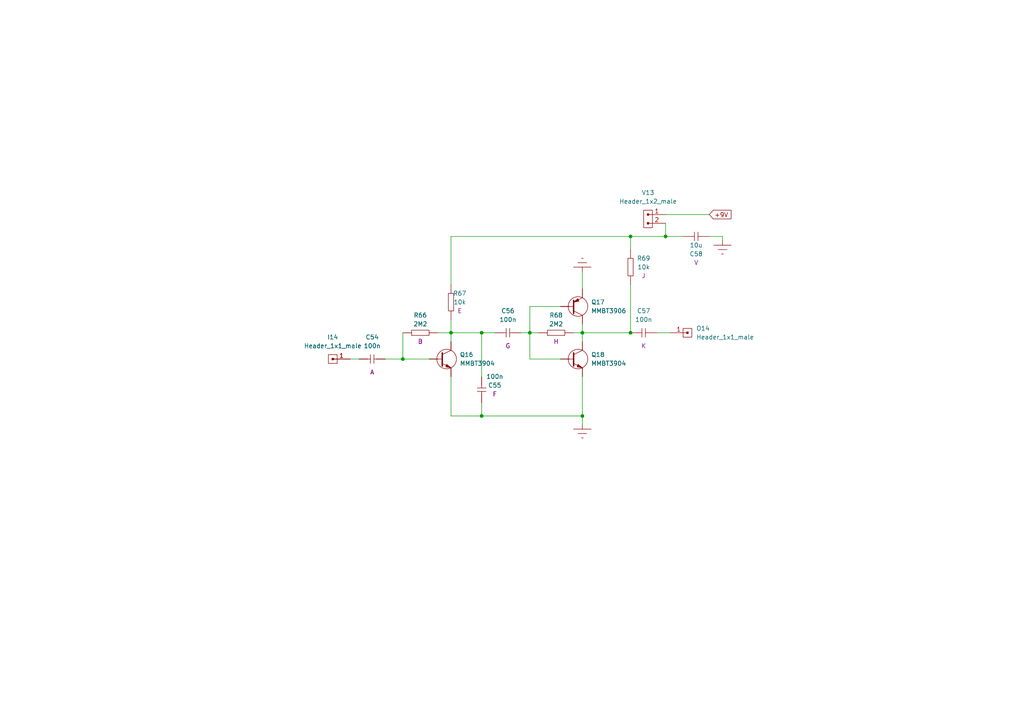
<source format=kicad_sch>
(kicad_sch (version 20211123) (generator eeschema)
  (paper "A4")
  (title_block (title "Hyperion") (date "2024-04-26") (rev "1") (company "https://github.com/dvhx/ultimate-soldering-exercise"))
  (lib_symbols
    (symbol "dvhx-kicad-library:C" (pin_numbers hide) (pin_names hide)
      (property "Reference" "C" (at 2.286 1.016 0))
      (property "Value" "C" (at 2.286 -1.27 0))
      (symbol "C_0_1"
        (polyline (pts (xy 0 -0.508) (xy 0 -1.27)))
        (polyline (pts (xy 0 1.27) (xy 0 0.508)))
        (polyline (pts (xy 1.27 -0.508) (xy -1.27 -0.508)))
        (polyline (pts (xy 1.27 0.508) (xy -1.27 0.508)))
      )
      (symbol "C_1_1"
        (pin passive line (at 0 3.81 270) (length 2.54) (name "1") (number "1"))
        (pin passive line (at 0 -3.81 90) (length 2.54) (name "2") (number "2"))
      )
    )
    (symbol "dvhx-kicad-library:GND" (power) (pin_numbers hide) (pin_names hide)
      (symbol "GND_0_1"
        (polyline (pts (xy -2.54 -1.27) (xy 2.54 -1.27)))
        (polyline (pts (xy -1.27 -2.54) (xy 1.27 -2.54)))
        (polyline (pts (xy -0.254 -3.81) (xy 0.254 -3.81)))
      )
      (symbol "GND_1_1"
        (pin power_in line (at 0 0 270) (length 1.27) (name "GND") (number "GND"))
      )
    )
    (symbol "dvhx-kicad-library:Header_1x1_male" (pin_names hide)
      (property "Reference" "J" (at -0.254 2.286 0))
      (property "Value" "Header_1x1_male" (at 0 4.191 0))
      (symbol "Header_1x1_male_0_1"
        (rectangle (start -1.27 1.27) (end 1.27 -1.27))
        (rectangle (start -0.254 0.254) (end 0.254 -0.254) (fill (type outline)))
      )
      (symbol "Header_1x1_male_1_1"
        (pin passive line (at -5.08 0 0) (length 5.08) (name "1") (number "1"))
      )
    )
    (symbol "dvhx-kicad-library:Header_1x2_male" (pin_names hide)
      (property "Reference" "J" (at -0.254 2.286 0))
      (property "Value" "Header_1x2_male" (at 0 4.191 0))
      (symbol "Header_1x2_male_0_1"
        (rectangle (start -1.27 1.27) (end 1.27 -3.81))
        (rectangle (start -0.254 -2.286) (end 0.254 -2.794) (fill (type outline)))
        (rectangle (start -0.254 0.254) (end 0.254 -0.254) (fill (type outline)))
      )
      (symbol "Header_1x2_male_1_1"
        (pin passive line (at -5.08 0 0) (length 5.08) (name "1") (number "1"))
        (pin passive line (at -5.08 -2.54 0) (length 5.08) (name "2") (number "2"))
      )
    )
    (symbol "dvhx-kicad-library:NPN" (pin_numbers hide) (pin_names hide)
      (property "Reference" "Q" (at 2.54 1.016 0))
      (property "Value" "NPN" (at 3.81 -1.016 0))
      (symbol "NPN_0_1"
        (circle (center -1.27 0) (radius 2.8398))
        (polyline (pts (xy -3.81 0) (xy -2.54 0)))
        (polyline (pts (xy -2.54 1.778) (xy -2.54 -2.032)) (stroke (width 0.4)))
        (polyline (pts (xy 0 -2.54) (xy -2.54 -1.27)))
        (polyline (pts (xy 0 2.54) (xy -2.54 1.27)))
        (polyline (pts (xy 0 -2.54) (xy -1.524 -2.286) (xy -1.27 -1.524) (xy 0 -2.54)) (fill (type outline)))
      )
      (symbol "NPN_1_1"
        (pin input line (at -6.35 0 0) (length 2.54) (name "B") (number "B"))
        (pin passive line (at 0 5.08 270) (length 2.54) (name "C") (number "C"))
        (pin passive line (at 0 -5.08 90) (length 2.54) (name "E") (number "E"))
      )
    )
    (symbol "dvhx-kicad-library:PNP" (pin_numbers hide) (pin_names hide)
      (property "Reference" "Q" (at 2.54 1.016 0))
      (property "Value" "PNP" (at 3.81 -1.016 0))
      (symbol "PNP_0_1"
        (circle (center -1.27 0) (radius 2.8398))
        (polyline (pts (xy -3.81 0) (xy -2.54 0)))
        (polyline (pts (xy -2.54 1.778) (xy -2.54 -2.032)) (stroke (width 0.4)))
        (polyline (pts (xy 0 -2.54) (xy -2.54 -1.27)))
        (polyline (pts (xy 0 2.54) (xy -2.54 1.27)))
        (polyline (pts (xy -2.54 1.27) (xy -1.27 2.286) (xy -1.016 1.524) (xy -2.54 1.27)) (fill (type outline)))
      )
      (symbol "PNP_1_1"
        (pin input line (at -6.35 0 0) (length 2.54) (name "B") (number "B"))
        (pin passive line (at 0 -5.08 90) (length 2.54) (name "C") (number "C"))
        (pin passive line (at 0 5.08 270) (length 2.54) (name "E") (number "E"))
      )
    )
    (symbol "dvhx-kicad-library:R" (pin_numbers hide) (pin_names hide)
      (property "Reference" "R" (at 2.032 1.016 0))
      (property "Value" "R" (at 2.032 -1.016 0))
      (symbol "R_0_1"
        (polyline (pts (xy -0.762 2.54) (xy 0.762 2.54) (xy 0.762 -2.54) (xy -0.762 -2.54) (xy -0.762 2.54)))
      )
      (symbol "R_1_1"
        (pin passive line (at 0 5.08 270) (length 2.54) (name "1") (number "1"))
        (pin passive line (at 0 -5.08 90) (length 2.54) (name "2") (number "2"))
      )
    )
  )
  (junction (at 116.84 104.14))
  (junction (at 168.91 120.65))
  (junction (at 153.67 96.52))
  (junction (at 168.91 96.52))
  (junction (at 182.88 96.52))
  (junction (at 182.88 68.58))
  (junction (at 193.04 68.58))
  (junction (at 139.7 120.65))
  (junction (at 139.7 96.52))
  (junction (at 130.81 96.52))
  (wire (pts (xy 205.74 68.58) (xy 209.55 68.58)))
  (wire (pts (xy 130.81 109.22) (xy 130.81 120.65)))
  (wire (pts (xy 130.81 120.65) (xy 139.7 120.65)))
  (wire (pts (xy 153.67 104.14) (xy 153.67 96.52)))
  (wire (pts (xy 139.7 96.52) (xy 143.51 96.52)))
  (wire (pts (xy 162.56 104.14) (xy 153.67 104.14)))
  (wire (pts (xy 209.55 68.58) (xy 209.55 69.85)))
  (wire (pts (xy 153.67 88.9) (xy 153.67 96.52)))
  (wire (pts (xy 130.81 96.52) (xy 130.81 99.06)))
  (wire (pts (xy 139.7 120.65) (xy 168.91 120.65)))
  (wire (pts (xy 101.6 104.14) (xy 104.14 104.14)))
  (wire (pts (xy 166.37 96.52) (xy 168.91 96.52)))
  (wire (pts (xy 130.81 68.58) (xy 182.88 68.58)))
  (wire (pts (xy 139.7 116.84) (xy 139.7 120.65)))
  (wire (pts (xy 190.5 96.52) (xy 194.31 96.52)))
  (wire (pts (xy 168.91 96.52) (xy 168.91 93.98)))
  (wire (pts (xy 205.74 62.23) (xy 193.04 62.23)))
  (wire (pts (xy 168.91 120.65) (xy 168.91 123.19)))
  (wire (pts (xy 153.67 96.52) (xy 156.21 96.52)))
  (wire (pts (xy 168.91 78.74) (xy 168.91 83.82)))
  (wire (pts (xy 111.76 104.14) (xy 116.84 104.14)))
  (wire (pts (xy 168.91 96.52) (xy 168.91 99.06)))
  (wire (pts (xy 193.04 68.58) (xy 198.12 68.58)))
  (wire (pts (xy 193.04 68.58) (xy 193.04 64.77)))
  (wire (pts (xy 168.91 96.52) (xy 182.88 96.52)))
  (wire (pts (xy 162.56 88.9) (xy 153.67 88.9)))
  (wire (pts (xy 127 96.52) (xy 130.81 96.52)))
  (wire (pts (xy 168.91 109.22) (xy 168.91 120.65)))
  (wire (pts (xy 130.81 92.71) (xy 130.81 96.52)))
  (wire (pts (xy 139.7 96.52) (xy 130.81 96.52)))
  (wire (pts (xy 151.13 96.52) (xy 153.67 96.52)))
  (wire (pts (xy 182.88 68.58) (xy 182.88 72.39)))
  (wire (pts (xy 116.84 104.14) (xy 124.46 104.14)))
  (wire (pts (xy 116.84 96.52) (xy 116.84 104.14)))
  (wire (pts (xy 182.88 68.58) (xy 193.04 68.58)))
  (wire (pts (xy 139.7 109.22) (xy 139.7 96.52)))
  (wire (pts (xy 182.88 82.55) (xy 182.88 96.52)))
  (wire (pts (xy 130.81 82.55) (xy 130.81 68.58)))
  (global_label "+9V" (shape input) (at 205.74 62.23 0) (property "Intersheet References" "${INTERSHEET_REFS}" (effects hide)))
  (symbol (lib_id "dvhx-kicad-library:R") (at 161.29 96.52 90) (unit 1)
    (property "Reference" "R68" (at 161.29 91.44 90))
    (property "Value" "2M2" (at 161.29 93.98 90))
    (property "Footprint" "dvhx-kicad-library:Resistor_0805" (effects hide))
    (property "Field4" "H" (at 161.29 99.06 90))
  )
  (symbol (lib_id "dvhx-kicad-library:Header_1x2_male") (at 187.96 62.23 0) (mirror y) (unit 1)
    (property "Reference" "V13" (at 187.96 55.88 0))
    (property "Value" "Header_1x2_male" (at 187.96 58.42 0))
    (property "Footprint" "dvhx-kicad-library:Header_1x2_male_upright" (effects hide))
  )
  (symbol (lib_id "dvhx-kicad-library:C") (at 186.69 96.52 90) (unit 1)
    (property "Reference" "C57" (at 186.69 90.17 90))
    (property "Value" "100n" (at 186.69 92.71 90))
    (property "Footprint" "dvhx-kicad-library:Capacitor_0805" (effects hide))
    (property "Field4" "K" (at 186.69 100.33 90))
  )
  (symbol (lib_id "dvhx-kicad-library:C") (at 107.95 104.14 90) (unit 1)
    (property "Reference" "C54" (at 107.95 97.79 90))
    (property "Value" "100n" (at 107.95 100.33 90))
    (property "Footprint" "dvhx-kicad-library:Capacitor_0805" (effects hide))
    (property "Field4" "A" (at 107.95 107.95 90))
  )
  (symbol (lib_id "dvhx-kicad-library:C") (at 201.93 68.58 270) (unit 1)
    (property "Reference" "C58" (at 201.93 73.66 90))
    (property "Value" "10u" (at 201.93 71.12 90))
    (property "Footprint" "dvhx-kicad-library:Capacitor_0805" (effects hide))
    (property "Field4" "V" (at 201.93 76.2 90))
  )
  (symbol (lib_id "dvhx-kicad-library:GND") (at 168.91 78.74 180) (unit 1)
    (property "Reference" "#GND025" (effects hide))
    (property "Value" "GND" (effects hide))
  )
  (symbol (lib_id "dvhx-kicad-library:NPN") (at 168.91 104.14 0) (unit 1)
    (property "Reference" "Q18" (at 171.45 102.8699 0) (effects (justify left)))
    (property "Value" "MMBT3904" (at 171.45 105.4099 0) (effects (justify left)))
    (property "Footprint" "dvhx-kicad-library:SOT23-BEC" (effects hide))
  )
  (symbol (lib_id "dvhx-kicad-library:R") (at 130.81 87.63 0) (unit 1)
    (property "Reference" "R67" (at 133.35 85.09 0))
    (property "Value" "10k" (at 133.35 87.63 0))
    (property "Footprint" "dvhx-kicad-library:Resistor_0805" (effects hide))
    (property "Field4" "E" (at 133.35 90.17 0))
  )
  (symbol (lib_id "dvhx-kicad-library:C") (at 139.7 113.03 180) (unit 1)
    (property "Reference" "C55" (at 143.51 111.76 0))
    (property "Value" "100n" (at 143.51 109.22 0))
    (property "Footprint" "dvhx-kicad-library:Capacitor_0805" (effects hide))
    (property "Field4" "F" (at 143.51 114.3 0))
  )
  (symbol (lib_id "dvhx-kicad-library:R") (at 182.88 77.47 180) (unit 1)
    (property "Reference" "R69" (at 186.69 74.93 0))
    (property "Value" "10k" (at 186.69 77.47 0))
    (property "Footprint" "dvhx-kicad-library:Resistor_0805" (effects hide))
    (property "Field4" "J" (at 186.69 80.01 0))
  )
  (symbol (lib_id "dvhx-kicad-library:NPN") (at 130.81 104.14 0) (unit 1)
    (property "Reference" "Q16" (at 133.35 102.8699 0) (effects (justify left)))
    (property "Value" "MMBT3904" (at 133.35 105.4099 0) (effects (justify left)))
    (property "Footprint" "dvhx-kicad-library:SOT23-BEC" (effects hide))
  )
  (symbol (lib_id "dvhx-kicad-library:C") (at 147.32 96.52 90) (unit 1)
    (property "Reference" "C56" (at 147.32 90.17 90))
    (property "Value" "100n" (at 147.32 92.71 90))
    (property "Footprint" "dvhx-kicad-library:Capacitor_0805" (effects hide))
    (property "Field4" "G" (at 147.32 100.33 90))
  )
  (symbol (lib_id "dvhx-kicad-library:PNP") (at 168.91 88.9 0) (unit 1)
    (property "Reference" "Q17" (at 171.45 87.6299 0) (effects (justify left)))
    (property "Value" "MMBT3906" (at 171.45 90.1699 0) (effects (justify left)))
    (property "Footprint" "dvhx-kicad-library:SOT23-BEC" (effects hide))
  )
  (symbol (lib_id "dvhx-kicad-library:GND") (at 209.55 69.85 0) (unit 1)
    (property "Reference" "#GND027" (effects hide))
    (property "Value" "GND" (effects hide))
  )
  (symbol (lib_id "dvhx-kicad-library:R") (at 121.92 96.52 90) (unit 1)
    (property "Reference" "R66" (at 121.92 91.44 90))
    (property "Value" "2M2" (at 121.92 93.98 90))
    (property "Footprint" "dvhx-kicad-library:Resistor_0805" (effects hide))
    (property "Field4" "B" (at 121.92 99.06 90))
  )
  (symbol (lib_id "dvhx-kicad-library:Header_1x1_male") (at 96.52 104.14 180) (unit 1)
    (property "Reference" "I14" (at 96.52 97.79 0))
    (property "Value" "Header_1x1_male" (at 96.52 100.33 0))
    (property "Footprint" "dvhx-kicad-library:Header_1x1_male_upright" (effects hide))
  )
  (symbol (lib_id "dvhx-kicad-library:Header_1x1_male") (at 199.39 96.52 0) (unit 1)
    (property "Reference" "O14" (at 201.93 95.2499 0) (effects (justify left)))
    (property "Value" "Header_1x1_male" (at 201.93 97.7899 0) (effects (justify left)))
    (property "Footprint" "dvhx-kicad-library:Header_1x1_male_upright" (effects hide))
  )
  (symbol (lib_id "dvhx-kicad-library:GND") (at 168.91 123.19 0) (unit 1)
    (property "Reference" "#GND026" (effects hide))
    (property "Value" "GND" (effects hide))
  )
)
</source>
